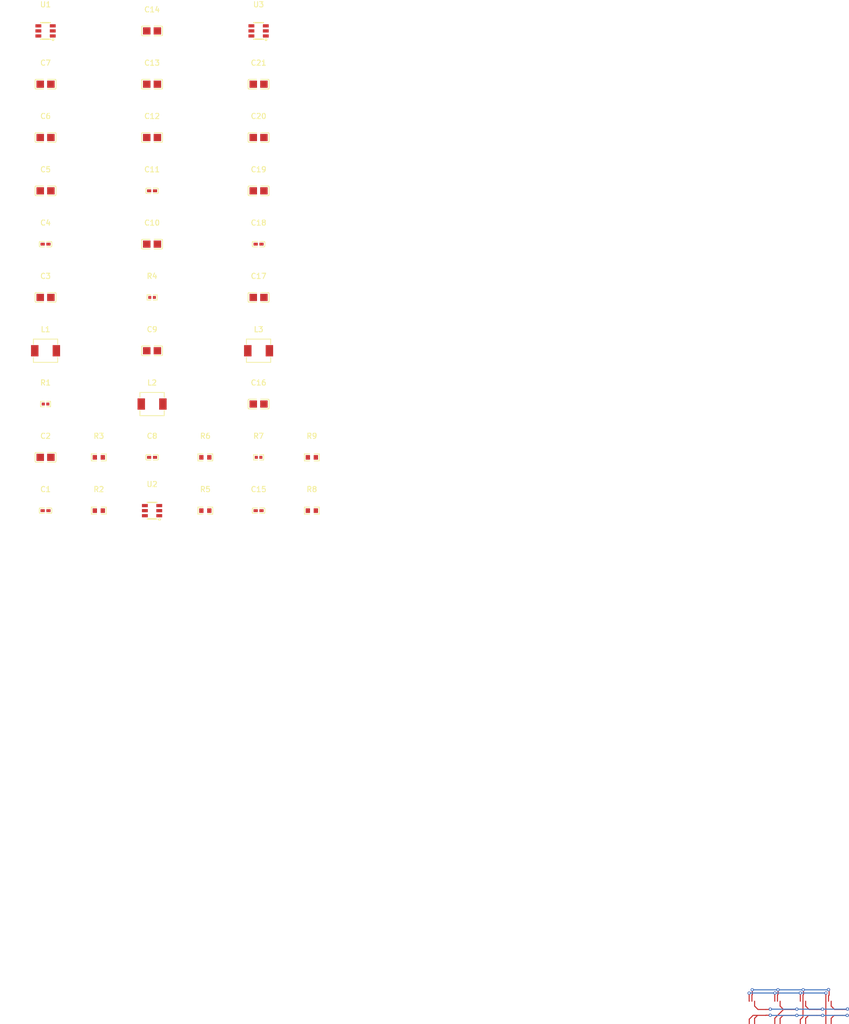
<source format=kicad_pcb>
(kicad_pcb (version 20241229) (generator "pcbnew") (generator_version "9.0")
  (layers (0 "F.Cu" signal) (2 "B.Cu" signal) (13 "F.Paste" user) (15 "B.Paste" user) (5 "F.SilkS" user "F.Silkscreen") (7 "B.SilkS" user "B.Silkscreen") (1 "F.Mask" user) (3 "B.Mask" user) (25 "Edge.Cuts" user))
  (net 0 "")
  (net 25 "regulators[0]-hv")
  (net 26 "regulators[0]-EN")
  (net 27 "regulators[1]-gnd")
  (net 28 "regulators[2]-hv")
  (net 29 "regulators[0]-SW")
  (net 30 "regulators[1].feedback_div-hv")
  (net 31 "regulators[0].feedback_div-gnd")
  (net 32 "regulators[0]-gnd")
  (net 33 "regulators[2]-SW")
  (net 34 "regulators[0]-VFB")
  (net 35 "regulators[2]-VIN")
  (net 36 "regulators[2].feedback_div-hv")
  (net 37 "regulators[0]-VBST")
  (net 38 "regulators[2]-gnd")
  (net 39 "regulators[1]-VFB")
  (net 40 "regulators[0].feedback_div-hv")
  (net 41 "regulators[1]-VIN")
  (net 42 "regulators[1]-VBST")
  (net 43 "regulators[2]-VBST")
  (net 44 "regulators[1]-SW")
  (net 45 "regulators[1]-hv")
  (net 46 "regulators[2]-VFB")
  (net 47 "regulators[1].feedback_div-gnd")
  (net 48 "regulators[2].feedback_div-gnd")
  (net 49 "regulators[0]-VIN")
  (net 50 "regulators[2]-EN")
  (net 51 "regulators[1]-EN")
  (footprint "atopile:C0402-b3ef17" (layer "F.Cu") (at 0 0 0)
    (property "Reference" "C1" (at 0 -4 0) (layer "F.SilkS") (hide no))
    (property "Value" "100nF ±10% 16V X7R")
    (fp_text user "${REFERENCE}" (at 0 -4 0) (layer "F.SilkS"))
    (pad "2" smd rect (at 0.55 0 0) (size 0.79 0.54) (layers "F.Cu" "F.Paste" "F.Mask") (net 29 "regulators[0]-SW"))
    (pad "1" smd rect (at -0.55 0 0) (size 0.79 0.54) (layers "F.Cu" "F.Paste" "F.Mask") (net 37 "regulators[0]-VBST"))
  )
  (footprint "atopile:C0805-3b2e55" (layer "F.Cu") (at 0 -10 0)
    (property "Reference" "C2" (at 0 -4 0) (layer "F.SilkS") (hide no))
    (property "Value" "10µF ±10% 25V X5R")
    (fp_text user "${REFERENCE}" (at 0 -4 0) (layer "F.SilkS"))
    (pad "2" smd rect (at 1 0 0) (size 1.41 1.35) (layers "F.Cu" "F.Paste" "F.Mask") (net 32 "regulators[0]-gnd"))
    (pad "1" smd rect (at -1 0 0) (size 1.41 1.35) (layers "F.Cu" "F.Paste" "F.Mask") (net 49 "regulators[0]-VIN"))
  )
  (footprint "atopile:R0402-56259e" (layer "F.Cu") (at 0 -20 0)
    (property "Reference" "R1" (at 0 -4 0) (layer "F.SilkS") (hide no))
    (property "Value" "10kΩ ±1% 62.5mW")
    (fp_text user "${REFERENCE}" (at 0 -4 0) (layer "F.SilkS"))
    (pad "2" smd rect (at 0.43 0 0) (size 0.57 0.54) (layers "F.Cu" "F.Paste" "F.Mask") (net 49 "regulators[0]-VIN"))
    (pad "1" smd rect (at -0.43 0 0) (size 0.57 0.54) (layers "F.Cu" "F.Paste" "F.Mask") (net 26 "regulators[0]-EN"))
  )
  (footprint "atopile:IND-SMD_L4.4-W4.2-3ea78a" (layer "F.Cu") (at 0 -30 0)
    (property "Reference" "L1" (at 0 -4 0) (layer "F.SilkS") (hide no))
    (property "Value" "")
    (fp_text user "${REFERENCE}" (at 0 -4 0) (layer "F.SilkS"))
    (pad "1" smd rect (at 2.03 0 0) (size 1.4 2.12) (layers "F.Cu" "F.Paste" "F.Mask") (net 29 "regulators[0]-SW"))
    (pad "2" smd rect (at -2.03 0 0) (size 1.4 2.12) (layers "F.Cu" "F.Paste" "F.Mask") (net 25 "regulators[0]-hv"))
  )
  (footprint "atopile:C0805-3b2e55" (layer "F.Cu") (at 0 -40 0)
    (property "Reference" "C3" (at 0 -4 0) (layer "F.SilkS") (hide no))
    (property "Value" "10µF ±10% 25V X5R")
    (fp_text user "${REFERENCE}" (at 0 -4 0) (layer "F.SilkS"))
    (pad "2" smd rect (at 1 0 0) (size 1.41 1.35) (layers "F.Cu" "F.Paste" "F.Mask") (net 32 "regulators[0]-gnd"))
    (pad "1" smd rect (at -1 0 0) (size 1.41 1.35) (layers "F.Cu" "F.Paste" "F.Mask") (net 49 "regulators[0]-VIN"))
  )
  (footprint "atopile:C0402-b3ef17" (layer "F.Cu") (at 0 -50 0)
    (property "Reference" "C4" (at 0 -4 0) (layer "F.SilkS") (hide no))
    (property "Value" "100nF ±10% 16V X7R")
    (fp_text user "${REFERENCE}" (at 0 -4 0) (layer "F.SilkS"))
    (pad "2" smd rect (at 0.55 0 0) (size 0.79 0.54) (layers "F.Cu" "F.Paste" "F.Mask") (net 32 "regulators[0]-gnd"))
    (pad "1" smd rect (at -0.55 0 0) (size 0.79 0.54) (layers "F.Cu" "F.Paste" "F.Mask") (net 49 "regulators[0]-VIN"))
  )
  (footprint "atopile:C0805-3b2e55" (layer "F.Cu") (at 0 -60 0)
    (property "Reference" "C5" (at 0 -4 0) (layer "F.SilkS") (hide no))
    (property "Value" "10µF ±10% 25V X5R")
    (fp_text user "${REFERENCE}" (at 0 -4 0) (layer "F.SilkS"))
    (pad "2" smd rect (at 1 0 0) (size 1.41 1.35) (layers "F.Cu" "F.Paste" "F.Mask") (net 32 "regulators[0]-gnd"))
    (pad "1" smd rect (at -1 0 0) (size 1.41 1.35) (layers "F.Cu" "F.Paste" "F.Mask") (net 25 "regulators[0]-hv"))
  )
  (footprint "atopile:C0805-3b2e55" (layer "F.Cu") (at 0 -70 0)
    (property "Reference" "C6" (at 0 -4 0) (layer "F.SilkS") (hide no))
    (property "Value" "10µF ±10% 25V X5R")
    (fp_text user "${REFERENCE}" (at 0 -4 0) (layer "F.SilkS"))
    (pad "2" smd rect (at 1 0 0) (size 1.41 1.35) (layers "F.Cu" "F.Paste" "F.Mask") (net 32 "regulators[0]-gnd"))
    (pad "1" smd rect (at -1 0 0) (size 1.41 1.35) (layers "F.Cu" "F.Paste" "F.Mask") (net 25 "regulators[0]-hv"))
  )
  (footprint "atopile:C0805-3b2e55" (layer "F.Cu") (at 0 -80 0)
    (property "Reference" "C7" (at 0 -4 0) (layer "F.SilkS") (hide no))
    (property "Value" "10µF ±10% 25V X5R")
    (fp_text user "${REFERENCE}" (at 0 -4 0) (layer "F.SilkS"))
    (pad "2" smd rect (at 1 0 0) (size 1.41 1.35) (layers "F.Cu" "F.Paste" "F.Mask") (net 32 "regulators[0]-gnd"))
    (pad "1" smd rect (at -1 0 0) (size 1.41 1.35) (layers "F.Cu" "F.Paste" "F.Mask") (net 25 "regulators[0]-hv"))
  )
  (footprint "atopile:SOT-23-6_L2.9-W1.6-P0.95-LS2.8-BR-bfc73b" (layer "F.Cu") (at 0 -90 0)
    (property "Reference" "U1" (at 0 -4.95 0) (layer "F.SilkS") (hide no))
    (property "Value" "")
    (fp_text user "${REFERENCE}" (at 0 -4.95 0) (layer "F.SilkS"))
    (pad "3" smd rect (at 1.35 -0.95 0) (size 1.1 0.6) (layers "F.Cu" "F.Paste" "F.Mask") (net 49 "regulators[0]-VIN"))
    (pad "2" smd rect (at 1.35 0 0) (size 1.1 0.6) (layers "F.Cu" "F.Paste" "F.Mask") (net 29 "regulators[0]-SW"))
    (pad "1" smd rect (at 1.35 0.95 0) (size 1.1 0.6) (layers "F.Cu" "F.Paste" "F.Mask") (net 32 "regulators[0]-gnd"))
    (pad "6" smd rect (at -1.35 0.95 0) (size 1.1 0.6) (layers "F.Cu" "F.Paste" "F.Mask") (net 37 "regulators[0]-VBST"))
    (pad "5" smd rect (at -1.35 0 0) (size 1.1 0.6) (layers "F.Cu" "F.Paste" "F.Mask") (net 26 "regulators[0]-EN"))
    (pad "4" smd rect (at -1.35 -0.95 0) (size 1.1 0.6) (layers "F.Cu" "F.Paste" "F.Mask") (net 34 "regulators[0]-VFB"))
  )
  (footprint "atopile:R0603-ebcab9" (layer "F.Cu") (at 10 0 0)
    (property "Reference" "R2" (at 0 -4 0) (layer "F.SilkS") (hide no))
    (property "Value" "1kΩ ±1% 100mW")
    (fp_text user "${REFERENCE}" (at 0 -4 0) (layer "F.SilkS"))
    (pad "2" smd rect (at 0.75 0 0) (size 0.81 0.86) (layers "F.Cu" "F.Paste" "F.Mask") (net 31 "regulators[0].feedback_div-gnd"))
    (pad "1" smd rect (at -0.75 0 0) (size 0.81 0.86) (layers "F.Cu" "F.Paste" "F.Mask") (net 34 "regulators[0]-VFB"))
  )
  (footprint "atopile:R0603-ebcab9" (layer "F.Cu") (at 10 -10 0)
    (property "Reference" "R3" (at 0 -4 0) (layer "F.SilkS") (hide no))
    (property "Value" "1kΩ ±1% 100mW")
    (fp_text user "${REFERENCE}" (at 0 -4 0) (layer "F.SilkS"))
    (pad "2" smd rect (at 0.75 0 0) (size 0.81 0.86) (layers "F.Cu" "F.Paste" "F.Mask") (net 34 "regulators[0]-VFB"))
    (pad "1" smd rect (at -0.75 0 0) (size 0.81 0.86) (layers "F.Cu" "F.Paste" "F.Mask") (net 40 "regulators[0].feedback_div-hv"))
  )
  (footprint "atopile:SOT-23-6_L2.9-W1.6-P0.95-LS2.8-BR-bfc73b" (layer "F.Cu") (at 20 0 0)
    (property "Reference" "U2" (at 0 -4.95 0) (layer "F.SilkS") (hide no))
    (property "Value" "")
    (fp_text user "${REFERENCE}" (at 0 -4.95 0) (layer "F.SilkS"))
    (pad "3" smd rect (at 1.35 -0.95 0) (size 1.1 0.6) (layers "F.Cu" "F.Paste" "F.Mask") (net 41 "regulators[1]-VIN"))
    (pad "2" smd rect (at 1.35 0 0) (size 1.1 0.6) (layers "F.Cu" "F.Paste" "F.Mask") (net 44 "regulators[1]-SW"))
    (pad "1" smd rect (at 1.35 0.95 0) (size 1.1 0.6) (layers "F.Cu" "F.Paste" "F.Mask") (net 27 "regulators[1]-gnd"))
    (pad "6" smd rect (at -1.35 0.95 0) (size 1.1 0.6) (layers "F.Cu" "F.Paste" "F.Mask") (net 42 "regulators[1]-VBST"))
    (pad "5" smd rect (at -1.35 0 0) (size 1.1 0.6) (layers "F.Cu" "F.Paste" "F.Mask") (net 51 "regulators[1]-EN"))
    (pad "4" smd rect (at -1.35 -0.95 0) (size 1.1 0.6) (layers "F.Cu" "F.Paste" "F.Mask") (net 39 "regulators[1]-VFB"))
  )
  (footprint "atopile:C0402-b3ef17" (layer "F.Cu") (at 20 -10 0)
    (property "Reference" "C8" (at 0 -4 0) (layer "F.SilkS") (hide no))
    (property "Value" "100nF ±10% 16V X7R")
    (fp_text user "${REFERENCE}" (at 0 -4 0) (layer "F.SilkS"))
    (pad "2" smd rect (at 0.55 0 0) (size 0.79 0.54) (layers "F.Cu" "F.Paste" "F.Mask") (net 44 "regulators[1]-SW"))
    (pad "1" smd rect (at -0.55 0 0) (size 0.79 0.54) (layers "F.Cu" "F.Paste" "F.Mask") (net 42 "regulators[1]-VBST"))
  )
  (footprint "atopile:IND-SMD_L4.4-W4.2-3ea78a" (layer "F.Cu") (at 20 -20 0)
    (property "Reference" "L2" (at 0 -4 0) (layer "F.SilkS") (hide no))
    (property "Value" "")
    (fp_text user "${REFERENCE}" (at 0 -4 0) (layer "F.SilkS"))
    (pad "1" smd rect (at 2.03 0 0) (size 1.4 2.12) (layers "F.Cu" "F.Paste" "F.Mask") (net 44 "regulators[1]-SW"))
    (pad "2" smd rect (at -2.03 0 0) (size 1.4 2.12) (layers "F.Cu" "F.Paste" "F.Mask") (net 45 "regulators[1]-hv"))
  )
  (footprint "atopile:C0805-3b2e55" (layer "F.Cu") (at 20 -30 0)
    (property "Reference" "C9" (at 0 -4 0) (layer "F.SilkS") (hide no))
    (property "Value" "10µF ±10% 25V X5R")
    (fp_text user "${REFERENCE}" (at 0 -4 0) (layer "F.SilkS"))
    (pad "2" smd rect (at 1 0 0) (size 1.41 1.35) (layers "F.Cu" "F.Paste" "F.Mask") (net 27 "regulators[1]-gnd"))
    (pad "1" smd rect (at -1 0 0) (size 1.41 1.35) (layers "F.Cu" "F.Paste" "F.Mask") (net 41 "regulators[1]-VIN"))
  )
  (footprint "atopile:R0402-56259e" (layer "F.Cu") (at 20 -40 0)
    (property "Reference" "R4" (at 0 -4 0) (layer "F.SilkS") (hide no))
    (property "Value" "10kΩ ±1% 62.5mW")
    (fp_text user "${REFERENCE}" (at 0 -4 0) (layer "F.SilkS"))
    (pad "2" smd rect (at 0.43 0 0) (size 0.57 0.54) (layers "F.Cu" "F.Paste" "F.Mask") (net 41 "regulators[1]-VIN"))
    (pad "1" smd rect (at -0.43 0 0) (size 0.57 0.54) (layers "F.Cu" "F.Paste" "F.Mask") (net 51 "regulators[1]-EN"))
  )
  (footprint "atopile:C0805-3b2e55" (layer "F.Cu") (at 20 -50 0)
    (property "Reference" "C10" (at 0 -4 0) (layer "F.SilkS") (hide no))
    (property "Value" "10µF ±10% 25V X5R")
    (fp_text user "${REFERENCE}" (at 0 -4 0) (layer "F.SilkS"))
    (pad "2" smd rect (at 1 0 0) (size 1.41 1.35) (layers "F.Cu" "F.Paste" "F.Mask") (net 27 "regulators[1]-gnd"))
    (pad "1" smd rect (at -1 0 0) (size 1.41 1.35) (layers "F.Cu" "F.Paste" "F.Mask") (net 41 "regulators[1]-VIN"))
  )
  (footprint "atopile:C0402-b3ef17" (layer "F.Cu") (at 20 -60 0)
    (property "Reference" "C11" (at 0 -4 0) (layer "F.SilkS") (hide no))
    (property "Value" "100nF ±10% 16V X7R")
    (fp_text user "${REFERENCE}" (at 0 -4 0) (layer "F.SilkS"))
    (pad "2" smd rect (at 0.55 0 0) (size 0.79 0.54) (layers "F.Cu" "F.Paste" "F.Mask") (net 27 "regulators[1]-gnd"))
    (pad "1" smd rect (at -0.55 0 0) (size 0.79 0.54) (layers "F.Cu" "F.Paste" "F.Mask") (net 41 "regulators[1]-VIN"))
  )
  (footprint "atopile:C0805-3b2e55" (layer "F.Cu") (at 20 -70 0)
    (property "Reference" "C12" (at 0 -4 0) (layer "F.SilkS") (hide no))
    (property "Value" "10µF ±10% 25V X5R")
    (fp_text user "${REFERENCE}" (at 0 -4 0) (layer "F.SilkS"))
    (pad "2" smd rect (at 1 0 0) (size 1.41 1.35) (layers "F.Cu" "F.Paste" "F.Mask") (net 27 "regulators[1]-gnd"))
    (pad "1" smd rect (at -1 0 0) (size 1.41 1.35) (layers "F.Cu" "F.Paste" "F.Mask") (net 45 "regulators[1]-hv"))
  )
  (footprint "atopile:C0805-3b2e55" (layer "F.Cu") (at 20 -80 0)
    (property "Reference" "C13" (at 0 -4 0) (layer "F.SilkS") (hide no))
    (property "Value" "10µF ±10% 25V X5R")
    (fp_text user "${REFERENCE}" (at 0 -4 0) (layer "F.SilkS"))
    (pad "2" smd rect (at 1 0 0) (size 1.41 1.35) (layers "F.Cu" "F.Paste" "F.Mask") (net 27 "regulators[1]-gnd"))
    (pad "1" smd rect (at -1 0 0) (size 1.41 1.35) (layers "F.Cu" "F.Paste" "F.Mask") (net 45 "regulators[1]-hv"))
  )
  (footprint "atopile:C0805-3b2e55" (layer "F.Cu") (at 20 -90 0)
    (property "Reference" "C14" (at 0 -4 0) (layer "F.SilkS") (hide no))
    (property "Value" "10µF ±10% 25V X5R")
    (fp_text user "${REFERENCE}" (at 0 -4 0) (layer "F.SilkS"))
    (pad "2" smd rect (at 1 0 0) (size 1.41 1.35) (layers "F.Cu" "F.Paste" "F.Mask") (net 27 "regulators[1]-gnd"))
    (pad "1" smd rect (at -1 0 0) (size 1.41 1.35) (layers "F.Cu" "F.Paste" "F.Mask") (net 45 "regulators[1]-hv"))
  )
  (footprint "atopile:R0603-ebcab9" (layer "F.Cu") (at 30 0 0)
    (property "Reference" "R5" (at 0 -4 0) (layer "F.SilkS") (hide no))
    (property "Value" "1kΩ ±1% 100mW")
    (fp_text user "${REFERENCE}" (at 0 -4 0) (layer "F.SilkS"))
    (pad "2" smd rect (at 0.75 0 0) (size 0.81 0.86) (layers "F.Cu" "F.Paste" "F.Mask") (net 47 "regulators[1].feedback_div-gnd"))
    (pad "1" smd rect (at -0.75 0 0) (size 0.81 0.86) (layers "F.Cu" "F.Paste" "F.Mask") (net 39 "regulators[1]-VFB"))
  )
  (footprint "atopile:R0603-ebcab9" (layer "F.Cu") (at 30 -10 0)
    (property "Reference" "R6" (at 0 -4 0) (layer "F.SilkS") (hide no))
    (property "Value" "1kΩ ±1% 100mW")
    (fp_text user "${REFERENCE}" (at 0 -4 0) (layer "F.SilkS"))
    (pad "2" smd rect (at 0.75 0 0) (size 0.81 0.86) (layers "F.Cu" "F.Paste" "F.Mask") (net 39 "regulators[1]-VFB"))
    (pad "1" smd rect (at -0.75 0 0) (size 0.81 0.86) (layers "F.Cu" "F.Paste" "F.Mask") (net 30 "regulators[1].feedback_div-hv"))
  )
  (footprint "atopile:C0402-b3ef17" (layer "F.Cu") (at 40 0 0)
    (property "Reference" "C15" (at 0 -4 0) (layer "F.SilkS") (hide no))
    (property "Value" "100nF ±10% 16V X7R")
    (fp_text user "${REFERENCE}" (at 0 -4 0) (layer "F.SilkS"))
    (pad "2" smd rect (at 0.55 0 0) (size 0.79 0.54) (layers "F.Cu" "F.Paste" "F.Mask") (net 33 "regulators[2]-SW"))
    (pad "1" smd rect (at -0.55 0 0) (size 0.79 0.54) (layers "F.Cu" "F.Paste" "F.Mask") (net 43 "regulators[2]-VBST"))
  )
  (footprint "atopile:R0402-56259e" (layer "F.Cu") (at 40 -10 0)
    (property "Reference" "R7" (at 0 -4 0) (layer "F.SilkS") (hide no))
    (property "Value" "10kΩ ±1% 62.5mW")
    (fp_text user "${REFERENCE}" (at 0 -4 0) (layer "F.SilkS"))
    (pad "2" smd rect (at 0.43 0 0) (size 0.57 0.54) (layers "F.Cu" "F.Paste" "F.Mask") (net 35 "regulators[2]-VIN"))
    (pad "1" smd rect (at -0.43 0 0) (size 0.57 0.54) (layers "F.Cu" "F.Paste" "F.Mask") (net 50 "regulators[2]-EN"))
  )
  (footprint "atopile:C0805-3b2e55" (layer "F.Cu") (at 40 -20 0)
    (property "Reference" "C16" (at 0 -4 0) (layer "F.SilkS") (hide no))
    (property "Value" "10µF ±10% 25V X5R")
    (fp_text user "${REFERENCE}" (at 0 -4 0) (layer "F.SilkS"))
    (pad "2" smd rect (at 1 0 0) (size 1.41 1.35) (layers "F.Cu" "F.Paste" "F.Mask") (net 38 "regulators[2]-gnd"))
    (pad "1" smd rect (at -1 0 0) (size 1.41 1.35) (layers "F.Cu" "F.Paste" "F.Mask") (net 35 "regulators[2]-VIN"))
  )
  (footprint "atopile:IND-SMD_L4.4-W4.2-3ea78a" (layer "F.Cu") (at 40 -30 0)
    (property "Reference" "L3" (at 0 -4 0) (layer "F.SilkS") (hide no))
    (property "Value" "")
    (fp_text user "${REFERENCE}" (at 0 -4 0) (layer "F.SilkS"))
    (pad "1" smd rect (at 2.03 0 0) (size 1.4 2.12) (layers "F.Cu" "F.Paste" "F.Mask") (net 33 "regulators[2]-SW"))
    (pad "2" smd rect (at -2.03 0 0) (size 1.4 2.12) (layers "F.Cu" "F.Paste" "F.Mask") (net 28 "regulators[2]-hv"))
  )
  (footprint "atopile:C0805-3b2e55" (layer "F.Cu") (at 40 -40 0)
    (property "Reference" "C17" (at 0 -4 0) (layer "F.SilkS") (hide no))
    (property "Value" "10µF ±10% 25V X5R")
    (fp_text user "${REFERENCE}" (at 0 -4 0) (layer "F.SilkS"))
    (pad "2" smd rect (at 1 0 0) (size 1.41 1.35) (layers "F.Cu" "F.Paste" "F.Mask") (net 38 "regulators[2]-gnd"))
    (pad "1" smd rect (at -1 0 0) (size 1.41 1.35) (layers "F.Cu" "F.Paste" "F.Mask") (net 35 "regulators[2]-VIN"))
  )
  (footprint "atopile:C0402-b3ef17" (layer "F.Cu") (at 40 -50 0)
    (property "Reference" "C18" (at 0 -4 0) (layer "F.SilkS") (hide no))
    (property "Value" "100nF ±10% 16V X7R")
    (fp_text user "${REFERENCE}" (at 0 -4 0) (layer "F.SilkS"))
    (pad "2" smd rect (at 0.55 0 0) (size 0.79 0.54) (layers "F.Cu" "F.Paste" "F.Mask") (net 38 "regulators[2]-gnd"))
    (pad "1" smd rect (at -0.55 0 0) (size 0.79 0.54) (layers "F.Cu" "F.Paste" "F.Mask") (net 35 "regulators[2]-VIN"))
  )
  (footprint "atopile:C0805-3b2e55" (layer "F.Cu") (at 40 -60 0)
    (property "Reference" "C19" (at 0 -4 0) (layer "F.SilkS") (hide no))
    (property "Value" "10µF ±10% 25V X5R")
    (fp_text user "${REFERENCE}" (at 0 -4 0) (layer "F.SilkS"))
    (pad "2" smd rect (at 1 0 0) (size 1.41 1.35) (layers "F.Cu" "F.Paste" "F.Mask") (net 38 "regulators[2]-gnd"))
    (pad "1" smd rect (at -1 0 0) (size 1.41 1.35) (layers "F.Cu" "F.Paste" "F.Mask") (net 28 "regulators[2]-hv"))
  )
  (footprint "atopile:C0805-3b2e55" (layer "F.Cu") (at 40 -70 0)
    (property "Reference" "C20" (at 0 -4 0) (layer "F.SilkS") (hide no))
    (property "Value" "10µF ±10% 25V X5R")
    (fp_text user "${REFERENCE}" (at 0 -4 0) (layer "F.SilkS"))
    (pad "2" smd rect (at 1 0 0) (size 1.41 1.35) (layers "F.Cu" "F.Paste" "F.Mask") (net 38 "regulators[2]-gnd"))
    (pad "1" smd rect (at -1 0 0) (size 1.41 1.35) (layers "F.Cu" "F.Paste" "F.Mask") (net 28 "regulators[2]-hv"))
  )
  (footprint "atopile:C0805-3b2e55" (layer "F.Cu") (at 40 -80 0)
    (property "Reference" "C21" (at 0 -4 0) (layer "F.SilkS") (hide no))
    (property "Value" "10µF ±10% 25V X5R")
    (fp_text user "${REFERENCE}" (at 0 -4 0) (layer "F.SilkS"))
    (pad "2" smd rect (at 1 0 0) (size 1.41 1.35) (layers "F.Cu" "F.Paste" "F.Mask") (net 38 "regulators[2]-gnd"))
    (pad "1" smd rect (at -1 0 0) (size 1.41 1.35) (layers "F.Cu" "F.Paste" "F.Mask") (net 28 "regulators[2]-hv"))
  )
  (footprint "atopile:SOT-23-6_L2.9-W1.6-P0.95-LS2.8-BR-bfc73b" (layer "F.Cu") (at 40 -90 0)
    (property "Reference" "U3" (at 0 -4.95 0) (layer "F.SilkS") (hide no))
    (property "Value" "")
    (fp_text user "${REFERENCE}" (at 0 -4.95 0) (layer "F.SilkS"))
    (pad "3" smd rect (at 1.35 -0.95 0) (size 1.1 0.6) (layers "F.Cu" "F.Paste" "F.Mask") (net 35 "regulators[2]-VIN"))
    (pad "2" smd rect (at 1.35 0 0) (size 1.1 0.6) (layers "F.Cu" "F.Paste" "F.Mask") (net 33 "regulators[2]-SW"))
    (pad "1" smd rect (at 1.35 0.95 0) (size 1.1 0.6) (layers "F.Cu" "F.Paste" "F.Mask") (net 38 "regulators[2]-gnd"))
    (pad "6" smd rect (at -1.35 0.95 0) (size 1.1 0.6) (layers "F.Cu" "F.Paste" "F.Mask") (net 43 "regulators[2]-VBST"))
    (pad "5" smd rect (at -1.35 0 0) (size 1.1 0.6) (layers "F.Cu" "F.Paste" "F.Mask") (net 50 "regulators[2]-EN"))
    (pad "4" smd rect (at -1.35 -0.95 0) (size 1.1 0.6) (layers "F.Cu" "F.Paste" "F.Mask") (net 46 "regulators[2]-VFB"))
  )
  (footprint "atopile:R0603-ebcab9" (layer "F.Cu") (at 50 0 0)
    (property "Reference" "R8" (at 0 -4 0) (layer "F.SilkS") (hide no))
    (property "Value" "1kΩ ±1% 100mW")
    (fp_text user "${REFERENCE}" (at 0 -4 0) (layer "F.SilkS"))
    (pad "2" smd rect (at 0.75 0 0) (size 0.81 0.86) (layers "F.Cu" "F.Paste" "F.Mask") (net 48 "regulators[2].feedback_div-gnd"))
    (pad "1" smd rect (at -0.75 0 0) (size 0.81 0.86) (layers "F.Cu" "F.Paste" "F.Mask") (net 46 "regulators[2]-VFB"))
  )
  (footprint "atopile:R0603-ebcab9" (layer "F.Cu") (at 50 -10 0)
    (property "Reference" "R9" (at 0 -4 0) (layer "F.SilkS") (hide no))
    (property "Value" "1kΩ ±1% 100mW")
    (fp_text user "${REFERENCE}" (at 0 -4 0) (layer "F.SilkS"))
    (pad "2" smd rect (at 0.75 0 0) (size 0.81 0.86) (layers "F.Cu" "F.Paste" "F.Mask") (net 46 "regulators[2]-VFB"))
    (pad "1" smd rect (at -0.75 0 0) (size 0.81 0.86) (layers "F.Cu" "F.Paste" "F.Mask") (net 36 "regulators[2].feedback_div-hv"))
  )
  (via (at 132.11 90.51) (size 0.6) (drill 0.3) (layers "F.Cu" "B.Cu") (net 0))
  (via (at 141.72 90.49) (size 0.6) (drill 0.3) (layers "F.Cu" "B.Cu") (net 0))
  (via (at 136.94 90.49) (size 0.6) (drill 0.3) (layers "F.Cu" "B.Cu") (net 0))
  (via (at 146.52 90.49) (size 0.6) (drill 0.3) (layers "F.Cu" "B.Cu") (net 0))
  (via (at 132.686459 89.89) (size 0.6) (drill 0.3) (layers "F.Cu" "B.Cu") (net 0))
  (via (at 147.011154 89.858516) (size 0.6) (drill 0.3) (layers "F.Cu" "B.Cu") (net 0))
  (via (at 142.25 89.89) (size 0.6) (drill 0.3) (layers "F.Cu" "B.Cu") (net 0))
  (via (at 137.52 89.89) (size 0.6) (drill 0.3) (layers "F.Cu" "B.Cu") (net 0))
  (via (at 145.88 93.52) (size 0.6) (drill 0.3) (layers "F.Cu" "B.Cu") (net 0))
  (via (at 136.08 93.52) (size 0.6) (drill 0.3) (layers "F.Cu" "B.Cu") (net 0))
  (via (at 150.58 93.5) (size 0.6) (drill 0.3) (layers "F.Cu" "B.Cu") (net 0))
  (via (at 141.06 93.52) (size 0.6) (drill 0.3) (layers "F.Cu" "B.Cu") (net 0))
  (via (at 150.52 94.69) (size 0.6) (drill 0.3) (layers "F.Cu" "B.Cu") (net 0))
  (via (at 136.07 94.66) (size 0.6) (drill 0.3) (layers "F.Cu" "B.Cu") (net 0))
  (via (at 145.91 94.69) (size 0.6) (drill 0.3) (layers "F.Cu" "B.Cu") (net 0))
  (via (at 141.06 94.69) (size 0.6) (drill 0.3) (layers "F.Cu" "B.Cu") (net 0))
  (segment (start 136.923333 92.03) (end 136.923333 90.506667) (width 0.2) (net 0) (layer "F.Cu"))
  (segment (start 141.716667 90.493333) (end 141.72 90.49) (width 0.2) (net 0) (layer "F.Cu"))
  (segment (start 132.11 92.01) (end 132.13 92.03) (width 0.2) (net 0) (layer "F.Cu"))
  (segment (start 132.11 90.51) (end 132.11 92.01) (width 0.2) (net 0) (layer "F.Cu"))
  (segment (start 146.51 90.5) (end 146.52 90.49) (width 0.2) (net 0) (layer "F.Cu"))
  (segment (start 141.716667 92.03) (end 141.716667 90.493333) (width 0.2) (net 0) (layer "F.Cu"))
  (segment (start 146.51 96.25) (end 146.51 92.03) (width 0.2) (net 0) (layer "F.Cu"))
  (segment (start 146.51 92.03) (end 146.51 90.5) (width 0.2) (net 0) (layer "F.Cu"))
  (segment (start 136.923333 90.506667) (end 136.94 90.49) (width 0.2) (net 0) (layer "F.Cu"))
  (segment (start 132.13 90.49) (end 132.11 90.51) (width 0.2) (net 0) (layer "B.Cu"))
  (segment (start 141.72 90.49) (end 136.94 90.49) (width 0.2) (net 0) (layer "B.Cu"))
  (segment (start 136.94 90.49) (end 132.13 90.49) (width 0.2) (net 0) (layer "B.Cu"))
  (segment (start 146.52 90.49) (end 141.72 90.49) (width 0.2) (net 0) (layer "B.Cu"))
  (segment (start 147.01 91.02) (end 147.01 92.03) (width 0.2) (net 0) (layer "F.Cu"))
  (segment (start 132.63 90.839943) (end 132.711 90.758943) (width 0.2) (net 0) (layer "F.Cu"))
  (segment (start 137.541 90.738943) (end 137.541 89.911) (width 0.2) (net 0) (layer "F.Cu"))
  (segment (start 142.216667 90.843276) (end 142.321 90.738943) (width 0.2) (net 0) (layer "F.Cu"))
  (segment (start 137.423333 92.03) (end 137.423333 90.85661) (width 0.2) (net 0) (layer "F.Cu"))
  (segment (start 137.423333 90.85661) (end 137.541 90.738943) (width 0.2) (net 0) (layer "F.Cu"))
  (segment (start 141.716667 96.25) (end 141.716667 95.456332) (width 0.2) (net 0) (layer "F.Cu"))
  (segment (start 137.541 89.911) (end 137.52 89.89) (width 0.2) (net 0) (layer "F.Cu"))
  (segment (start 142.216667 94.956332) (end 142.216667 92.03) (width 0.2) (net 0) (layer "F.Cu"))
  (segment (start 132.63 92.03) (end 132.63 90.839943) (width 0.2) (net 0) (layer "F.Cu"))
  (segment (start 147.121 89.968362) (end 147.121 90.909) (width 0.2) (net 0) (layer "F.Cu"))
  (segment (start 141.716667 95.456332) (end 142.216667 94.956332) (width 0.2) (net 0) (layer "F.Cu"))
  (segment (start 132.711 89.914541) (end 132.686459 89.89) (width 0.2) (net 0) (layer "F.Cu"))
  (segment (start 142.216667 92.03) (end 142.216667 90.843276) (width 0.2) (net 0) (layer "F.Cu"))
  (segment (start 142.321 89.961) (end 142.25 89.89) (width 0.2) (net 0) (layer "F.Cu"))
  (segment (start 147.121 90.909) (end 147.01 91.02) (width 0.2) (net 0) (layer "F.Cu"))
  (segment (start 147.011154 89.858516) (end 147.121 89.968362) (width 0.2) (net 0) (layer "F.Cu"))
  (segment (start 142.321 90.738943) (end 142.321 89.961) (width 0.2) (net 0) (layer "F.Cu"))
  (segment (start 132.711 90.758943) (end 132.711 89.914541) (width 0.2) (net 0) (layer "F.Cu"))
  (segment (start 142.25 89.89) (end 146.97967 89.89) (width 0.2) (net 0) (layer "B.Cu"))
  (segment (start 137.52 89.89) (end 142.25 89.89) (width 0.2) (net 0) (layer "B.Cu"))
  (segment (start 132.686459 89.89) (end 137.52 89.89) (width 0.2) (net 0) (layer "B.Cu"))
  (segment (start 146.97967 89.89) (end 147.011154 89.858516) (width 0.2) (net 0) (layer "B.Cu"))
  (segment (start 133.768332 93.58) (end 133.13 92.941668) (width 0.2) (net 0) (layer "F.Cu"))
  (segment (start 150.5 93.58) (end 150.58 93.5) (width 0.2) (net 0) (layer "F.Cu"))
  (segment (start 140.043333 93.58) (end 141 93.58) (width 0.2) (net 0) (layer "F.Cu"))
  (segment (start 138.561665 93.58) (end 137.923333 92.941668) (width 0.2) (net 0) (layer "F.Cu"))
  (segment (start 145.82 93.58) (end 145.88 93.52) (width 0.2) (net 0) (layer "F.Cu"))
  (segment (start 141 93.58) (end 141.06 93.52) (width 0.2) (net 0) (layer "F.Cu"))
  (segment (start 148.148332 93.58) (end 147.51 92.941668) (width 0.2) (net 0) (layer "F.Cu"))
  (segment (start 140.043333 93.58) (end 138.561665 93.58) (width 0.2) (net 0) (layer "F.Cu"))
  (segment (start 133.13 92.941668) (end 133.13 92.03) (width 0.2) (net 0) (layer "F.Cu"))
  (segment (start 136.02 93.58) (end 136.08 93.52) (width 0.2) (net 0) (layer "F.Cu"))
  (segment (start 144.836667 93.58) (end 143.354999 93.58) (width 0.2) (net 0) (layer "F.Cu"))
  (segment (start 144.836667 93.58) (end 145.82 93.58) (width 0.2) (net 0) (layer "F.Cu"))
  (segment (start 142.716667 92.941668) (end 142.716667 92.03) (width 0.2) (net 0) (layer "F.Cu"))
  (segment (start 137.923333 92.941668) (end 137.923333 92.03) (width 0.2) (net 0) (layer "F.Cu"))
  (segment (start 147.51 92.941668) (end 147.51 92.03) (width 0.2) (net 0) (layer "F.Cu"))
  (segment (start 135.25 93.58) (end 133.768332 93.58) (width 0.2) (net 0) (layer "F.Cu"))
  (segment (start 143.354999 93.58) (end 142.716667 92.941668) (width 0.2) (net 0) (layer "F.Cu"))
  (segment (start 136.923333 95.218332) (end 138.561665 93.58) (width 0.2) (net 0) (layer "F.Cu"))
  (segment (start 136.923333 96.25) (end 136.923333 95.218332) (width 0.2) (net 0) (layer "F.Cu"))
  (segment (start 135.25 93.58) (end 136.02 93.58) (width 0.2) (net 0) (layer "F.Cu"))
  (segment (start 149.63 93.58) (end 150.5 93.58) (width 0.2) (net 0) (layer "F.Cu"))
  (segment (start 149.63 93.58) (end 148.148332 93.58) (width 0.2) (net 0) (layer "F.Cu"))
  (segment (start 150.56 93.52) (end 150.58 93.5) (width 0.2) (net 0) (layer "B.Cu"))
  (segment (start 136.08 93.52) (end 141.06 93.52) (width 0.2) (net 0) (layer "B.Cu"))
  (segment (start 141.06 93.52) (end 145.88 93.52) (width 0.2) (net 0) (layer "B.Cu"))
  (segment (start 145.88 93.52) (end 150.56 93.52) (width 0.2) (net 0) (layer "B.Cu"))
  (segment (start 148.07 94.68) (end 147.51 95.24) (width 0.2) (net 0) (layer "F.Cu"))
  (segment (start 149.63 94.68) (end 150.51 94.68) (width 0.2) (net 0) (layer "F.Cu"))
  (segment (start 140.043333 94.68) (end 141.05 94.68) (width 0.2) (net 0) (layer "F.Cu"))
  (segment (start 143.276667 94.68) (end 142.716667 95.24) (width 0.2) (net 0) (layer "F.Cu"))
  (segment (start 142.716667 95.24) (end 142.716667 96.25) (width 0.2) (net 0) (layer "F.Cu"))
  (segment (start 137.923333 95.24) (end 137.923333 96.25) (width 0.2) (net 0) (layer "F.Cu"))
  (segment (start 135.25 94.68) (end 133.69 94.68) (width 0.2) (net 0) (layer "F.Cu"))
  (segment (start 144.836667 94.68) (end 143.276667 94.68) (width 0.2) (net 0) (layer "F.Cu"))
  (segment (start 144.836667 94.68) (end 145.9 94.68) (width 0.2) (net 0) (layer "F.Cu"))
  (segment (start 150.51 94.68) (end 150.52 94.69) (width 0.2) (net 0) (layer "F.Cu"))
  (segment (start 135.27 94.66) (end 135.25 94.68) (width 0.2) (net 0) (layer "F.Cu"))
  (segment (start 136.07 94.66) (end 135.27 94.66) (width 0.2) (net 0) (layer "F.Cu"))
  (segment (start 145.9 94.68) (end 145.91 94.69) (width 0.2) (net 0) (layer "F.Cu"))
  (segment (start 132.13 95.4) (end 132.85 94.68) (width 0.2) (net 0) (layer "F.Cu"))
  (segment (start 138.483333 94.68) (end 137.923333 95.24) (width 0.2) (net 0) (layer "F.Cu"))
  (segment (start 147.51 95.24) (end 147.51 96.25) (width 0.2) (net 0) (layer "F.Cu"))
  (segment (start 132.13 96.25) (end 132.13 95.4) (width 0.2) (net 0) (layer "F.Cu"))
  (segment (start 133.13 95.24) (end 133.13 96.25) (width 0.2) (net 0) (layer "F.Cu"))
  (segment (start 140.043333 94.68) (end 138.483333 94.68) (width 0.2) (net 0) (layer "F.Cu"))
  (segment (start 132.85 94.68) (end 133.69 94.68) (width 0.2) (net 0) (layer "F.Cu"))
  (segment (start 149.63 94.68) (end 148.07 94.68) (width 0.2) (net 0) (layer "F.Cu"))
  (segment (start 141.05 94.68) (end 141.06 94.69) (width 0.2) (net 0) (layer "F.Cu"))
  (segment (start 133.69 94.68) (end 133.13 95.24) (width 0.2) (net 0) (layer "F.Cu"))
  (segment (start 141.06 94.69) (end 136.1 94.69) (width 0.2) (net 0) (layer "B.Cu"))
  (segment (start 145.91 94.69) (end 141.06 94.69) (width 0.2) (net 0) (layer "B.Cu"))
  (segment (start 136.1 94.69) (end 136.07 94.66) (width 0.2) (net 0) (layer "B.Cu"))
  (segment (start 150.52 94.69) (end 145.91 94.69) (width 0.2) (net 0) (layer "B.Cu"))
)
</source>
